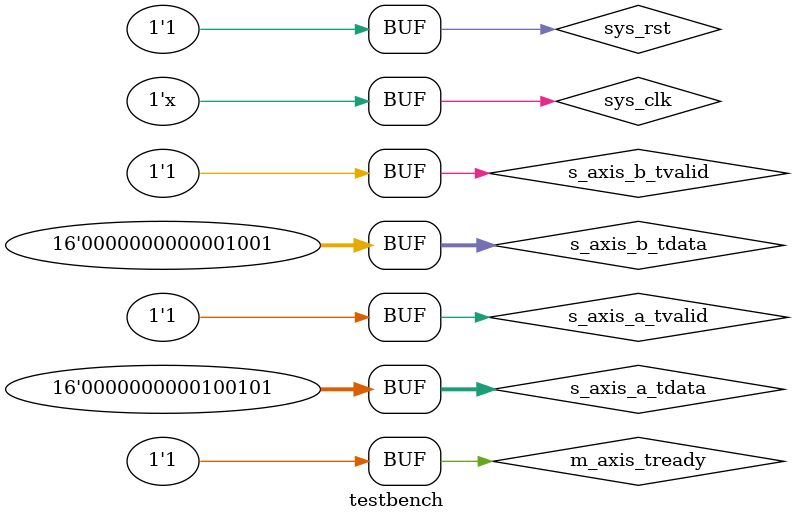
<source format=v>
module testbench();

parameter SYMBOL_A = "signed";
parameter SYMBOL_B = "signed";
parameter WIDTH_A  = 16;
parameter WIDTH_B  = 16;
parameter MAIN_FRE   = 100; //unit MHz
reg                   sys_clk = 0;
reg                   sys_rst = 0;

always begin
    #(500/MAIN_FRE) sys_clk = ~sys_clk;
end

always begin
    #50 sys_rst = 1;
end

//Instance 
// outports wire
reg   [WIDTH_A - 1 : 0]     s_axis_a_tdata;
reg                         s_axis_a_tvalid;
reg   [WIDTH_B - 1 : 0]     s_axis_b_tdata;
reg                         s_axis_b_tvalid;
reg                         m_axis_tready;

wire                       	s_axis_a_tready;
wire                       	s_axis_b_tready;
wire [WIDTH_A+WIDTH_B-1:0] 	m_axis_tdata;
wire                       	m_axis_tvalid;

initial begin
        s_axis_a_tdata  = 0;
        s_axis_b_tdata  = 0;
        s_axis_a_tvalid = 1'b0;
        s_axis_b_tvalid = 1'b0;
        m_axis_tready   = 1'b0;
		#100
		s_axis_a_tvalid = 1'b1;
        s_axis_b_tvalid = 1'b1;
        m_axis_tready   = 1'b1;
        s_axis_a_tdata  = 15;
        s_axis_b_tdata  = 3;
        #100
        s_axis_a_tvalid = 1'b1;
        s_axis_b_tvalid = 1'b1;
        s_axis_a_tdata  = 27;
        s_axis_b_tdata  = 6;
        #100
        s_axis_a_tvalid = 1'b1;
        s_axis_b_tvalid = 1'b1;
        s_axis_a_tdata  = 53;
        s_axis_b_tdata  = 5;
        #100
        s_axis_a_tvalid = 1'b1;
        s_axis_b_tvalid = 1'b1;
        s_axis_a_tdata  = 13;
        s_axis_b_tdata  = 4;
        #100
        s_axis_a_tvalid = 1'b1;
        s_axis_b_tvalid = 1'b1;
        s_axis_a_tdata  = 37;
        s_axis_b_tdata  = 9;
    end

div u_div(
	.aclk            	( sys_clk          ),
	.aresetn         	( sys_rst          ),
	
    .s_axis_a_tdata  	( s_axis_a_tdata   ),
	.s_axis_a_tvalid 	( s_axis_a_tvalid  ),
	.s_axis_a_tready 	( s_axis_a_tready  ),
	
    .s_axis_b_tdata  	( s_axis_b_tdata   ),
	.s_axis_b_tvalid 	( s_axis_b_tvalid  ),
	.s_axis_b_tready 	( s_axis_b_tready  ),
	
    .m_axis_tdata    	( m_axis_tdata     ),
	.m_axis_tvalid   	( m_axis_tvalid    ),
	.m_axis_tready   	( m_axis_tready    )
);

endmodule  //TOP

</source>
